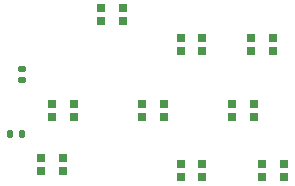
<source format=gbr>
%TF.GenerationSoftware,KiCad,Pcbnew,7.0.2*%
%TF.CreationDate,2023-06-01T20:05:06-06:00*%
%TF.ProjectId,ArmchairBarf,41726d63-6861-4697-9242-6172662e6b69,rev?*%
%TF.SameCoordinates,Original*%
%TF.FileFunction,Paste,Top*%
%TF.FilePolarity,Positive*%
%FSLAX46Y46*%
G04 Gerber Fmt 4.6, Leading zero omitted, Abs format (unit mm)*
G04 Created by KiCad (PCBNEW 7.0.2) date 2023-06-01 20:05:06*
%MOMM*%
%LPD*%
G01*
G04 APERTURE LIST*
G04 Aperture macros list*
%AMRoundRect*
0 Rectangle with rounded corners*
0 $1 Rounding radius*
0 $2 $3 $4 $5 $6 $7 $8 $9 X,Y pos of 4 corners*
0 Add a 4 corners polygon primitive as box body*
4,1,4,$2,$3,$4,$5,$6,$7,$8,$9,$2,$3,0*
0 Add four circle primitives for the rounded corners*
1,1,$1+$1,$2,$3*
1,1,$1+$1,$4,$5*
1,1,$1+$1,$6,$7*
1,1,$1+$1,$8,$9*
0 Add four rect primitives between the rounded corners*
20,1,$1+$1,$2,$3,$4,$5,0*
20,1,$1+$1,$4,$5,$6,$7,0*
20,1,$1+$1,$6,$7,$8,$9,0*
20,1,$1+$1,$8,$9,$2,$3,0*%
G04 Aperture macros list end*
%ADD10R,0.700000X0.700000*%
%ADD11RoundRect,0.140000X0.170000X-0.140000X0.170000X0.140000X-0.170000X0.140000X-0.170000X-0.140000X0*%
%ADD12RoundRect,0.135000X-0.135000X-0.185000X0.135000X-0.185000X0.135000X0.185000X-0.135000X0.185000X0*%
G04 APERTURE END LIST*
D10*
%TO.C,U9*%
X164390000Y-97620000D03*
X164390000Y-96520000D03*
X162560000Y-96520000D03*
X162560000Y-97620000D03*
%TD*%
%TO.C,U1*%
X163475000Y-102150000D03*
X163475000Y-101050000D03*
X161645000Y-101050000D03*
X161645000Y-102150000D03*
%TD*%
%TO.C,U2*%
X168555000Y-89450000D03*
X168555000Y-88350000D03*
X166725000Y-88350000D03*
X166725000Y-89450000D03*
%TD*%
%TO.C,U6*%
X182170000Y-102700000D03*
X182170000Y-101600000D03*
X180340000Y-101600000D03*
X180340000Y-102700000D03*
%TD*%
%TO.C,U5*%
X175260000Y-102700000D03*
X175260000Y-101600000D03*
X173430000Y-101600000D03*
X173430000Y-102700000D03*
%TD*%
D11*
%TO.C,C1*%
X160020000Y-94460000D03*
X160020000Y-93500000D03*
%TD*%
D10*
%TO.C,U3*%
X175260000Y-91990000D03*
X175260000Y-90890000D03*
X173430000Y-90890000D03*
X173430000Y-91990000D03*
%TD*%
%TO.C,U7*%
X179630000Y-97620000D03*
X179630000Y-96520000D03*
X177800000Y-96520000D03*
X177800000Y-97620000D03*
%TD*%
D12*
%TO.C,R1*%
X159000000Y-99060000D03*
X160020000Y-99060000D03*
%TD*%
D10*
%TO.C,U4*%
X181255000Y-91990000D03*
X181255000Y-90890000D03*
X179425000Y-90890000D03*
X179425000Y-91990000D03*
%TD*%
%TO.C,U8*%
X172010000Y-97620000D03*
X172010000Y-96520000D03*
X170180000Y-96520000D03*
X170180000Y-97620000D03*
%TD*%
M02*

</source>
